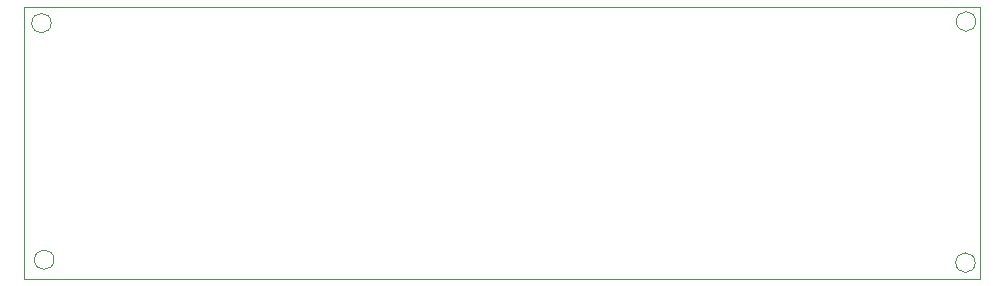
<source format=gbr>
%TF.GenerationSoftware,KiCad,Pcbnew,9.0.1*%
%TF.CreationDate,2025-06-18T23:24:53+09:00*%
%TF.ProjectId,NanoV3.3,4e616e6f-5633-42e3-932e-6b696361645f,rev?*%
%TF.SameCoordinates,Original*%
%TF.FileFunction,Profile,NP*%
%FSLAX46Y46*%
G04 Gerber Fmt 4.6, Leading zero omitted, Abs format (unit mm)*
G04 Created by KiCad (PCBNEW 9.0.1) date 2025-06-18 23:24:53*
%MOMM*%
%LPD*%
G01*
G04 APERTURE LIST*
%TA.AperFunction,Profile*%
%ADD10C,0.050000*%
%TD*%
G04 APERTURE END LIST*
D10*
X166325500Y-129825500D02*
G75*
G02*
X164674500Y-129825500I-825500J0D01*
G01*
X164674500Y-129825500D02*
G75*
G02*
X166325500Y-129825500I825500J0D01*
G01*
X88325500Y-129575500D02*
G75*
G02*
X86674500Y-129575500I-825500J0D01*
G01*
X86674500Y-129575500D02*
G75*
G02*
X88325500Y-129575500I825500J0D01*
G01*
X88095500Y-109540000D02*
G75*
G02*
X86444500Y-109540000I-825500J0D01*
G01*
X86444500Y-109540000D02*
G75*
G02*
X88095500Y-109540000I825500J0D01*
G01*
X166375500Y-109405500D02*
G75*
G02*
X164724500Y-109405500I-825500J0D01*
G01*
X164724500Y-109405500D02*
G75*
G02*
X166375500Y-109405500I825500J0D01*
G01*
X85810000Y-108190000D02*
X166730000Y-108190000D01*
X166730000Y-131200000D01*
X85810000Y-131200000D01*
X85810000Y-108190000D01*
M02*

</source>
